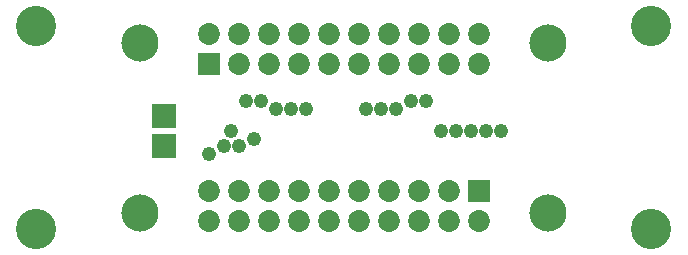
<source format=gts>
G75*
G70*
%OFA0B0*%
%FSLAX24Y24*%
%IPPOS*%
%LPD*%
%AMOC8*
5,1,8,0,0,1.08239X$1,22.5*
%
%ADD10C,0.1340*%
%ADD11R,0.0730X0.0730*%
%ADD12C,0.0730*%
%ADD13C,0.1240*%
%ADD14R,0.0789X0.0789*%
%ADD15C,0.0480*%
D10*
X001875Y003875D03*
X001875Y010625D03*
X022375Y010625D03*
X022375Y003875D03*
D11*
X016625Y005125D03*
X007625Y009375D03*
D12*
X008625Y009375D03*
X009625Y009375D03*
X010625Y009375D03*
X011625Y009375D03*
X012625Y009375D03*
X013625Y009375D03*
X014625Y009375D03*
X015625Y009375D03*
X016625Y009375D03*
X016625Y010375D03*
X015625Y010375D03*
X014625Y010375D03*
X013625Y010375D03*
X012625Y010375D03*
X011625Y010375D03*
X010625Y010375D03*
X009625Y010375D03*
X008625Y010375D03*
X007625Y010375D03*
X007625Y005125D03*
X008625Y005125D03*
X009625Y005125D03*
X010625Y005125D03*
X011625Y005125D03*
X012625Y005125D03*
X013625Y005125D03*
X014625Y005125D03*
X015625Y005125D03*
X015625Y004125D03*
X014625Y004125D03*
X013625Y004125D03*
X012625Y004125D03*
X011625Y004125D03*
X010625Y004125D03*
X009625Y004125D03*
X008625Y004125D03*
X007625Y004125D03*
X016625Y004125D03*
D13*
X018915Y004415D03*
X018915Y010085D03*
X005335Y010085D03*
X005335Y004415D03*
D14*
X006125Y006625D03*
X006125Y007625D03*
D15*
X008125Y006625D03*
X008625Y006625D03*
X009125Y006875D03*
X008375Y007125D03*
X007625Y006375D03*
X009875Y007875D03*
X010375Y007875D03*
X010875Y007875D03*
X009375Y008125D03*
X008875Y008125D03*
X012875Y007875D03*
X013375Y007875D03*
X013875Y007875D03*
X014375Y008125D03*
X014875Y008125D03*
X015375Y007125D03*
X015875Y007125D03*
X016375Y007125D03*
X016875Y007125D03*
X017375Y007125D03*
M02*

</source>
